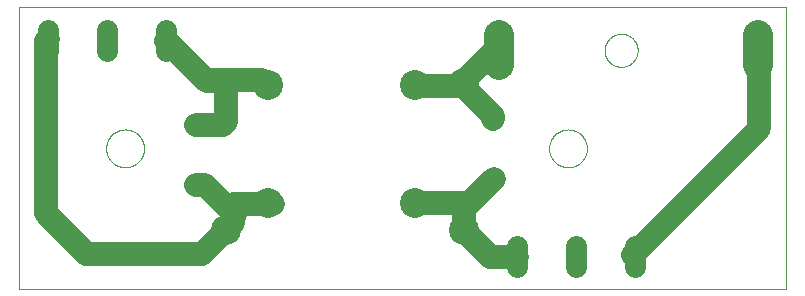
<source format=gbl>
G04 EAGLE Gerber RS-274X export*
G75*
%MOMM*%
%FSLAX34Y34*%
%LPD*%
%INBottom copper*%
%IPPOS*%
%AMOC8*
5,1,8,0,0,1.08239X$1,22.5*%
G01*
%ADD10C,0.000000*%
%ADD11C,2.540000*%
%ADD12P,1.732040X8X112.500000*%
%ADD13C,1.790700*%
%ADD14C,2.540000*%
%ADD15C,2.032000*%
%ADD16C,2.020000*%


D10*
X25320Y-4000D02*
X674680Y-4000D01*
X674680Y235000D01*
X25320Y235000D01*
X25320Y-4000D01*
X99000Y115000D02*
X99005Y115393D01*
X99019Y115785D01*
X99043Y116177D01*
X99077Y116568D01*
X99120Y116959D01*
X99173Y117348D01*
X99236Y117735D01*
X99307Y118121D01*
X99389Y118506D01*
X99479Y118888D01*
X99580Y119267D01*
X99689Y119645D01*
X99808Y120019D01*
X99935Y120390D01*
X100072Y120758D01*
X100218Y121123D01*
X100373Y121484D01*
X100536Y121841D01*
X100708Y122194D01*
X100889Y122542D01*
X101079Y122886D01*
X101276Y123226D01*
X101482Y123560D01*
X101696Y123889D01*
X101919Y124213D01*
X102149Y124531D01*
X102386Y124844D01*
X102632Y125150D01*
X102885Y125451D01*
X103145Y125745D01*
X103412Y126033D01*
X103686Y126314D01*
X103967Y126588D01*
X104255Y126855D01*
X104549Y127115D01*
X104850Y127368D01*
X105156Y127614D01*
X105469Y127851D01*
X105787Y128081D01*
X106111Y128304D01*
X106440Y128518D01*
X106774Y128724D01*
X107114Y128921D01*
X107458Y129111D01*
X107806Y129292D01*
X108159Y129464D01*
X108516Y129627D01*
X108877Y129782D01*
X109242Y129928D01*
X109610Y130065D01*
X109981Y130192D01*
X110355Y130311D01*
X110733Y130420D01*
X111112Y130521D01*
X111494Y130611D01*
X111879Y130693D01*
X112265Y130764D01*
X112652Y130827D01*
X113041Y130880D01*
X113432Y130923D01*
X113823Y130957D01*
X114215Y130981D01*
X114607Y130995D01*
X115000Y131000D01*
X115393Y130995D01*
X115785Y130981D01*
X116177Y130957D01*
X116568Y130923D01*
X116959Y130880D01*
X117348Y130827D01*
X117735Y130764D01*
X118121Y130693D01*
X118506Y130611D01*
X118888Y130521D01*
X119267Y130420D01*
X119645Y130311D01*
X120019Y130192D01*
X120390Y130065D01*
X120758Y129928D01*
X121123Y129782D01*
X121484Y129627D01*
X121841Y129464D01*
X122194Y129292D01*
X122542Y129111D01*
X122886Y128921D01*
X123226Y128724D01*
X123560Y128518D01*
X123889Y128304D01*
X124213Y128081D01*
X124531Y127851D01*
X124844Y127614D01*
X125150Y127368D01*
X125451Y127115D01*
X125745Y126855D01*
X126033Y126588D01*
X126314Y126314D01*
X126588Y126033D01*
X126855Y125745D01*
X127115Y125451D01*
X127368Y125150D01*
X127614Y124844D01*
X127851Y124531D01*
X128081Y124213D01*
X128304Y123889D01*
X128518Y123560D01*
X128724Y123226D01*
X128921Y122886D01*
X129111Y122542D01*
X129292Y122194D01*
X129464Y121841D01*
X129627Y121484D01*
X129782Y121123D01*
X129928Y120758D01*
X130065Y120390D01*
X130192Y120019D01*
X130311Y119645D01*
X130420Y119267D01*
X130521Y118888D01*
X130611Y118506D01*
X130693Y118121D01*
X130764Y117735D01*
X130827Y117348D01*
X130880Y116959D01*
X130923Y116568D01*
X130957Y116177D01*
X130981Y115785D01*
X130995Y115393D01*
X131000Y115000D01*
X130995Y114607D01*
X130981Y114215D01*
X130957Y113823D01*
X130923Y113432D01*
X130880Y113041D01*
X130827Y112652D01*
X130764Y112265D01*
X130693Y111879D01*
X130611Y111494D01*
X130521Y111112D01*
X130420Y110733D01*
X130311Y110355D01*
X130192Y109981D01*
X130065Y109610D01*
X129928Y109242D01*
X129782Y108877D01*
X129627Y108516D01*
X129464Y108159D01*
X129292Y107806D01*
X129111Y107458D01*
X128921Y107114D01*
X128724Y106774D01*
X128518Y106440D01*
X128304Y106111D01*
X128081Y105787D01*
X127851Y105469D01*
X127614Y105156D01*
X127368Y104850D01*
X127115Y104549D01*
X126855Y104255D01*
X126588Y103967D01*
X126314Y103686D01*
X126033Y103412D01*
X125745Y103145D01*
X125451Y102885D01*
X125150Y102632D01*
X124844Y102386D01*
X124531Y102149D01*
X124213Y101919D01*
X123889Y101696D01*
X123560Y101482D01*
X123226Y101276D01*
X122886Y101079D01*
X122542Y100889D01*
X122194Y100708D01*
X121841Y100536D01*
X121484Y100373D01*
X121123Y100218D01*
X120758Y100072D01*
X120390Y99935D01*
X120019Y99808D01*
X119645Y99689D01*
X119267Y99580D01*
X118888Y99479D01*
X118506Y99389D01*
X118121Y99307D01*
X117735Y99236D01*
X117348Y99173D01*
X116959Y99120D01*
X116568Y99077D01*
X116177Y99043D01*
X115785Y99019D01*
X115393Y99005D01*
X115000Y99000D01*
X114607Y99005D01*
X114215Y99019D01*
X113823Y99043D01*
X113432Y99077D01*
X113041Y99120D01*
X112652Y99173D01*
X112265Y99236D01*
X111879Y99307D01*
X111494Y99389D01*
X111112Y99479D01*
X110733Y99580D01*
X110355Y99689D01*
X109981Y99808D01*
X109610Y99935D01*
X109242Y100072D01*
X108877Y100218D01*
X108516Y100373D01*
X108159Y100536D01*
X107806Y100708D01*
X107458Y100889D01*
X107114Y101079D01*
X106774Y101276D01*
X106440Y101482D01*
X106111Y101696D01*
X105787Y101919D01*
X105469Y102149D01*
X105156Y102386D01*
X104850Y102632D01*
X104549Y102885D01*
X104255Y103145D01*
X103967Y103412D01*
X103686Y103686D01*
X103412Y103967D01*
X103145Y104255D01*
X102885Y104549D01*
X102632Y104850D01*
X102386Y105156D01*
X102149Y105469D01*
X101919Y105787D01*
X101696Y106111D01*
X101482Y106440D01*
X101276Y106774D01*
X101079Y107114D01*
X100889Y107458D01*
X100708Y107806D01*
X100536Y108159D01*
X100373Y108516D01*
X100218Y108877D01*
X100072Y109242D01*
X99935Y109610D01*
X99808Y109981D01*
X99689Y110355D01*
X99580Y110733D01*
X99479Y111112D01*
X99389Y111494D01*
X99307Y111879D01*
X99236Y112265D01*
X99173Y112652D01*
X99120Y113041D01*
X99077Y113432D01*
X99043Y113823D01*
X99019Y114215D01*
X99005Y114607D01*
X99000Y115000D01*
X474000Y115000D02*
X474005Y115393D01*
X474019Y115785D01*
X474043Y116177D01*
X474077Y116568D01*
X474120Y116959D01*
X474173Y117348D01*
X474236Y117735D01*
X474307Y118121D01*
X474389Y118506D01*
X474479Y118888D01*
X474580Y119267D01*
X474689Y119645D01*
X474808Y120019D01*
X474935Y120390D01*
X475072Y120758D01*
X475218Y121123D01*
X475373Y121484D01*
X475536Y121841D01*
X475708Y122194D01*
X475889Y122542D01*
X476079Y122886D01*
X476276Y123226D01*
X476482Y123560D01*
X476696Y123889D01*
X476919Y124213D01*
X477149Y124531D01*
X477386Y124844D01*
X477632Y125150D01*
X477885Y125451D01*
X478145Y125745D01*
X478412Y126033D01*
X478686Y126314D01*
X478967Y126588D01*
X479255Y126855D01*
X479549Y127115D01*
X479850Y127368D01*
X480156Y127614D01*
X480469Y127851D01*
X480787Y128081D01*
X481111Y128304D01*
X481440Y128518D01*
X481774Y128724D01*
X482114Y128921D01*
X482458Y129111D01*
X482806Y129292D01*
X483159Y129464D01*
X483516Y129627D01*
X483877Y129782D01*
X484242Y129928D01*
X484610Y130065D01*
X484981Y130192D01*
X485355Y130311D01*
X485733Y130420D01*
X486112Y130521D01*
X486494Y130611D01*
X486879Y130693D01*
X487265Y130764D01*
X487652Y130827D01*
X488041Y130880D01*
X488432Y130923D01*
X488823Y130957D01*
X489215Y130981D01*
X489607Y130995D01*
X490000Y131000D01*
X490393Y130995D01*
X490785Y130981D01*
X491177Y130957D01*
X491568Y130923D01*
X491959Y130880D01*
X492348Y130827D01*
X492735Y130764D01*
X493121Y130693D01*
X493506Y130611D01*
X493888Y130521D01*
X494267Y130420D01*
X494645Y130311D01*
X495019Y130192D01*
X495390Y130065D01*
X495758Y129928D01*
X496123Y129782D01*
X496484Y129627D01*
X496841Y129464D01*
X497194Y129292D01*
X497542Y129111D01*
X497886Y128921D01*
X498226Y128724D01*
X498560Y128518D01*
X498889Y128304D01*
X499213Y128081D01*
X499531Y127851D01*
X499844Y127614D01*
X500150Y127368D01*
X500451Y127115D01*
X500745Y126855D01*
X501033Y126588D01*
X501314Y126314D01*
X501588Y126033D01*
X501855Y125745D01*
X502115Y125451D01*
X502368Y125150D01*
X502614Y124844D01*
X502851Y124531D01*
X503081Y124213D01*
X503304Y123889D01*
X503518Y123560D01*
X503724Y123226D01*
X503921Y122886D01*
X504111Y122542D01*
X504292Y122194D01*
X504464Y121841D01*
X504627Y121484D01*
X504782Y121123D01*
X504928Y120758D01*
X505065Y120390D01*
X505192Y120019D01*
X505311Y119645D01*
X505420Y119267D01*
X505521Y118888D01*
X505611Y118506D01*
X505693Y118121D01*
X505764Y117735D01*
X505827Y117348D01*
X505880Y116959D01*
X505923Y116568D01*
X505957Y116177D01*
X505981Y115785D01*
X505995Y115393D01*
X506000Y115000D01*
X505995Y114607D01*
X505981Y114215D01*
X505957Y113823D01*
X505923Y113432D01*
X505880Y113041D01*
X505827Y112652D01*
X505764Y112265D01*
X505693Y111879D01*
X505611Y111494D01*
X505521Y111112D01*
X505420Y110733D01*
X505311Y110355D01*
X505192Y109981D01*
X505065Y109610D01*
X504928Y109242D01*
X504782Y108877D01*
X504627Y108516D01*
X504464Y108159D01*
X504292Y107806D01*
X504111Y107458D01*
X503921Y107114D01*
X503724Y106774D01*
X503518Y106440D01*
X503304Y106111D01*
X503081Y105787D01*
X502851Y105469D01*
X502614Y105156D01*
X502368Y104850D01*
X502115Y104549D01*
X501855Y104255D01*
X501588Y103967D01*
X501314Y103686D01*
X501033Y103412D01*
X500745Y103145D01*
X500451Y102885D01*
X500150Y102632D01*
X499844Y102386D01*
X499531Y102149D01*
X499213Y101919D01*
X498889Y101696D01*
X498560Y101482D01*
X498226Y101276D01*
X497886Y101079D01*
X497542Y100889D01*
X497194Y100708D01*
X496841Y100536D01*
X496484Y100373D01*
X496123Y100218D01*
X495758Y100072D01*
X495390Y99935D01*
X495019Y99808D01*
X494645Y99689D01*
X494267Y99580D01*
X493888Y99479D01*
X493506Y99389D01*
X493121Y99307D01*
X492735Y99236D01*
X492348Y99173D01*
X491959Y99120D01*
X491568Y99077D01*
X491177Y99043D01*
X490785Y99019D01*
X490393Y99005D01*
X490000Y99000D01*
X489607Y99005D01*
X489215Y99019D01*
X488823Y99043D01*
X488432Y99077D01*
X488041Y99120D01*
X487652Y99173D01*
X487265Y99236D01*
X486879Y99307D01*
X486494Y99389D01*
X486112Y99479D01*
X485733Y99580D01*
X485355Y99689D01*
X484981Y99808D01*
X484610Y99935D01*
X484242Y100072D01*
X483877Y100218D01*
X483516Y100373D01*
X483159Y100536D01*
X482806Y100708D01*
X482458Y100889D01*
X482114Y101079D01*
X481774Y101276D01*
X481440Y101482D01*
X481111Y101696D01*
X480787Y101919D01*
X480469Y102149D01*
X480156Y102386D01*
X479850Y102632D01*
X479549Y102885D01*
X479255Y103145D01*
X478967Y103412D01*
X478686Y103686D01*
X478412Y103967D01*
X478145Y104255D01*
X477885Y104549D01*
X477632Y104850D01*
X477386Y105156D01*
X477149Y105469D01*
X476919Y105787D01*
X476696Y106111D01*
X476482Y106440D01*
X476276Y106774D01*
X476079Y107114D01*
X475889Y107458D01*
X475708Y107806D01*
X475536Y108159D01*
X475373Y108516D01*
X475218Y108877D01*
X475072Y109242D01*
X474935Y109610D01*
X474808Y109981D01*
X474689Y110355D01*
X474580Y110733D01*
X474479Y111112D01*
X474389Y111494D01*
X474307Y111879D01*
X474236Y112265D01*
X474173Y112652D01*
X474120Y113041D01*
X474077Y113432D01*
X474043Y113823D01*
X474019Y114215D01*
X474005Y114607D01*
X474000Y115000D01*
D11*
X401800Y170700D03*
X401800Y45700D03*
X200800Y170700D03*
X200800Y45700D03*
X360700Y168400D03*
X360700Y68400D03*
X235700Y168400D03*
X235700Y68400D03*
D12*
X427000Y89000D03*
X427000Y139800D03*
X175000Y84600D03*
X175000Y135400D03*
D13*
X446520Y32334D02*
X446520Y14427D01*
X496520Y14427D02*
X496520Y32334D01*
X546520Y32334D02*
X546520Y14427D01*
X149560Y197427D02*
X149560Y215334D01*
X99560Y215334D02*
X99560Y197427D01*
X49560Y197427D02*
X49560Y215334D01*
D14*
X651200Y210700D02*
X651200Y185300D01*
X431200Y185300D02*
X431200Y210700D01*
D10*
X521030Y198000D02*
X521034Y198343D01*
X521047Y198685D01*
X521068Y199028D01*
X521097Y199369D01*
X521135Y199710D01*
X521181Y200050D01*
X521236Y200388D01*
X521298Y200725D01*
X521369Y201061D01*
X521449Y201394D01*
X521536Y201726D01*
X521632Y202055D01*
X521735Y202382D01*
X521847Y202706D01*
X521966Y203028D01*
X522093Y203346D01*
X522228Y203661D01*
X522371Y203973D01*
X522522Y204281D01*
X522680Y204585D01*
X522845Y204886D01*
X523018Y205182D01*
X523197Y205474D01*
X523384Y205761D01*
X523578Y206044D01*
X523779Y206322D01*
X523987Y206595D01*
X524201Y206862D01*
X524422Y207125D01*
X524649Y207382D01*
X524882Y207633D01*
X525122Y207878D01*
X525367Y208118D01*
X525618Y208351D01*
X525875Y208578D01*
X526138Y208799D01*
X526405Y209013D01*
X526678Y209221D01*
X526956Y209422D01*
X527239Y209616D01*
X527526Y209803D01*
X527818Y209982D01*
X528114Y210155D01*
X528415Y210320D01*
X528719Y210478D01*
X529027Y210629D01*
X529339Y210772D01*
X529654Y210907D01*
X529972Y211034D01*
X530294Y211153D01*
X530618Y211265D01*
X530945Y211368D01*
X531274Y211464D01*
X531606Y211551D01*
X531939Y211631D01*
X532275Y211702D01*
X532612Y211764D01*
X532950Y211819D01*
X533290Y211865D01*
X533631Y211903D01*
X533972Y211932D01*
X534315Y211953D01*
X534657Y211966D01*
X535000Y211970D01*
X535343Y211966D01*
X535685Y211953D01*
X536028Y211932D01*
X536369Y211903D01*
X536710Y211865D01*
X537050Y211819D01*
X537388Y211764D01*
X537725Y211702D01*
X538061Y211631D01*
X538394Y211551D01*
X538726Y211464D01*
X539055Y211368D01*
X539382Y211265D01*
X539706Y211153D01*
X540028Y211034D01*
X540346Y210907D01*
X540661Y210772D01*
X540973Y210629D01*
X541281Y210478D01*
X541585Y210320D01*
X541886Y210155D01*
X542182Y209982D01*
X542474Y209803D01*
X542761Y209616D01*
X543044Y209422D01*
X543322Y209221D01*
X543595Y209013D01*
X543862Y208799D01*
X544125Y208578D01*
X544382Y208351D01*
X544633Y208118D01*
X544878Y207878D01*
X545118Y207633D01*
X545351Y207382D01*
X545578Y207125D01*
X545799Y206862D01*
X546013Y206595D01*
X546221Y206322D01*
X546422Y206044D01*
X546616Y205761D01*
X546803Y205474D01*
X546982Y205182D01*
X547155Y204886D01*
X547320Y204585D01*
X547478Y204281D01*
X547629Y203973D01*
X547772Y203661D01*
X547907Y203346D01*
X548034Y203028D01*
X548153Y202706D01*
X548265Y202382D01*
X548368Y202055D01*
X548464Y201726D01*
X548551Y201394D01*
X548631Y201061D01*
X548702Y200725D01*
X548764Y200388D01*
X548819Y200050D01*
X548865Y199710D01*
X548903Y199369D01*
X548932Y199028D01*
X548953Y198685D01*
X548966Y198343D01*
X548970Y198000D01*
X548966Y197657D01*
X548953Y197315D01*
X548932Y196972D01*
X548903Y196631D01*
X548865Y196290D01*
X548819Y195950D01*
X548764Y195612D01*
X548702Y195275D01*
X548631Y194939D01*
X548551Y194606D01*
X548464Y194274D01*
X548368Y193945D01*
X548265Y193618D01*
X548153Y193294D01*
X548034Y192972D01*
X547907Y192654D01*
X547772Y192339D01*
X547629Y192027D01*
X547478Y191719D01*
X547320Y191415D01*
X547155Y191114D01*
X546982Y190818D01*
X546803Y190526D01*
X546616Y190239D01*
X546422Y189956D01*
X546221Y189678D01*
X546013Y189405D01*
X545799Y189138D01*
X545578Y188875D01*
X545351Y188618D01*
X545118Y188367D01*
X544878Y188122D01*
X544633Y187882D01*
X544382Y187649D01*
X544125Y187422D01*
X543862Y187201D01*
X543595Y186987D01*
X543322Y186779D01*
X543044Y186578D01*
X542761Y186384D01*
X542474Y186197D01*
X542182Y186018D01*
X541886Y185845D01*
X541585Y185680D01*
X541281Y185522D01*
X540973Y185371D01*
X540661Y185228D01*
X540346Y185093D01*
X540028Y184966D01*
X539706Y184847D01*
X539382Y184735D01*
X539055Y184632D01*
X538726Y184536D01*
X538394Y184449D01*
X538061Y184369D01*
X537725Y184298D01*
X537388Y184236D01*
X537050Y184181D01*
X536710Y184135D01*
X536369Y184097D01*
X536028Y184068D01*
X535685Y184047D01*
X535343Y184034D01*
X535000Y184030D01*
X534657Y184034D01*
X534315Y184047D01*
X533972Y184068D01*
X533631Y184097D01*
X533290Y184135D01*
X532950Y184181D01*
X532612Y184236D01*
X532275Y184298D01*
X531939Y184369D01*
X531606Y184449D01*
X531274Y184536D01*
X530945Y184632D01*
X530618Y184735D01*
X530294Y184847D01*
X529972Y184966D01*
X529654Y185093D01*
X529339Y185228D01*
X529027Y185371D01*
X528719Y185522D01*
X528415Y185680D01*
X528114Y185845D01*
X527818Y186018D01*
X527526Y186197D01*
X527239Y186384D01*
X526956Y186578D01*
X526678Y186779D01*
X526405Y186987D01*
X526138Y187201D01*
X525875Y187422D01*
X525618Y187649D01*
X525367Y187882D01*
X525122Y188122D01*
X524882Y188367D01*
X524649Y188618D01*
X524422Y188875D01*
X524201Y189138D01*
X523987Y189405D01*
X523779Y189678D01*
X523578Y189956D01*
X523384Y190239D01*
X523197Y190526D01*
X523018Y190818D01*
X522845Y191114D01*
X522680Y191415D01*
X522522Y191719D01*
X522371Y192027D01*
X522228Y192339D01*
X522093Y192654D01*
X521966Y192972D01*
X521847Y193294D01*
X521735Y193618D01*
X521632Y193945D01*
X521536Y194274D01*
X521449Y194606D01*
X521369Y194939D01*
X521298Y195275D01*
X521236Y195612D01*
X521181Y195950D01*
X521135Y196290D01*
X521097Y196631D01*
X521068Y196972D01*
X521047Y197315D01*
X521034Y197657D01*
X521030Y198000D01*
D15*
X446520Y23380D02*
X424120Y23380D01*
X401800Y45700D01*
X401800Y63800D01*
X420064Y82064D01*
X427000Y89000D01*
X406400Y68400D02*
X360700Y68400D01*
X406400Y68400D02*
X420064Y82064D01*
X182880Y83820D02*
X175260Y83820D01*
X182880Y83820D02*
X208280Y58420D01*
X198120Y134620D02*
X175260Y134620D01*
X198120Y134620D02*
X200660Y137160D01*
X200660Y167640D01*
X182880Y172720D02*
X231140Y172720D01*
X236220Y167640D01*
X360680Y167640D02*
X398780Y167640D01*
X401320Y170180D01*
X401320Y172720D01*
X426720Y142240D02*
X426720Y139700D01*
X426720Y142240D02*
X401320Y167640D01*
X545000Y25000D02*
X650000Y130000D01*
D16*
X652000Y132000D02*
X652000Y198000D01*
X652000Y132000D02*
X650000Y130000D01*
X428000Y198000D02*
X402000Y172000D01*
X428000Y198000D02*
X430000Y198000D01*
X240000Y68000D02*
X206000Y68000D01*
X206000Y52000D01*
X180000Y26000D01*
X82000Y26000D01*
X48000Y60000D01*
X48000Y206000D01*
X50000Y208000D01*
X150000Y206000D02*
X184000Y172000D01*
X202000Y172000D01*
M02*

</source>
